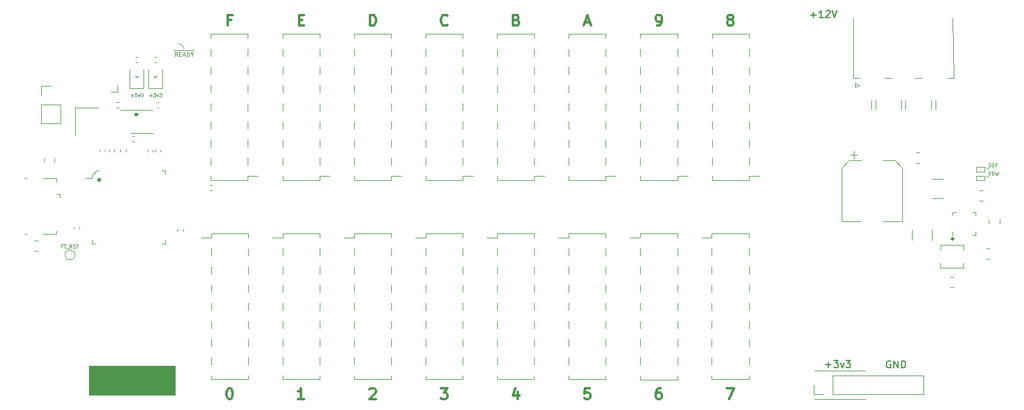
<source format=gto>
G04 #@! TF.GenerationSoftware,KiCad,Pcbnew,(5.1.9)-1*
G04 #@! TF.CreationDate,2021-06-07T22:02:01-04:00*
G04 #@! TF.ProjectId,icepool-board,69636570-6f6f-46c2-9d62-6f6172642e6b,2020-04*
G04 #@! TF.SameCoordinates,Original*
G04 #@! TF.FileFunction,Legend,Top*
G04 #@! TF.FilePolarity,Positive*
%FSLAX46Y46*%
G04 Gerber Fmt 4.6, Leading zero omitted, Abs format (unit mm)*
G04 Created by KiCad (PCBNEW (5.1.9)-1) date 2021-06-07 22:02:01*
%MOMM*%
%LPD*%
G01*
G04 APERTURE LIST*
%ADD10C,0.100000*%
%ADD11C,0.300000*%
%ADD12C,0.500000*%
%ADD13C,0.200000*%
%ADD14C,0.120000*%
G04 APERTURE END LIST*
D10*
X166100000Y-46800000D02*
G75*
G02*
X165767180Y-46978120I-332820J221880D01*
G01*
X166132820Y-45621880D02*
G75*
G02*
X165800000Y-45800000I-332820J221880D01*
G01*
X52899999Y-28200000D02*
G75*
G02*
X53600000Y-28899999I1J-700000D01*
G01*
X52214285Y-29138000D02*
X52814285Y-29138000D01*
X52700000Y-29971428D02*
X52500000Y-29685714D01*
X52357142Y-29971428D02*
X52357142Y-29371428D01*
X52585714Y-29371428D01*
X52642857Y-29400000D01*
X52671428Y-29428571D01*
X52700000Y-29485714D01*
X52700000Y-29571428D01*
X52671428Y-29628571D01*
X52642857Y-29657142D01*
X52585714Y-29685714D01*
X52357142Y-29685714D01*
X52814285Y-29138000D02*
X53357142Y-29138000D01*
X52957142Y-29657142D02*
X53157142Y-29657142D01*
X53242857Y-29971428D02*
X52957142Y-29971428D01*
X52957142Y-29371428D01*
X53242857Y-29371428D01*
X53357142Y-29138000D02*
X53871428Y-29138000D01*
X53471428Y-29800000D02*
X53757142Y-29800000D01*
X53414285Y-29971428D02*
X53614285Y-29371428D01*
X53814285Y-29971428D01*
X53871428Y-29138000D02*
X54471428Y-29138000D01*
X54014285Y-29971428D02*
X54014285Y-29371428D01*
X54157142Y-29371428D01*
X54242857Y-29400000D01*
X54300000Y-29457142D01*
X54328571Y-29514285D01*
X54357142Y-29628571D01*
X54357142Y-29714285D01*
X54328571Y-29828571D01*
X54300000Y-29885714D01*
X54242857Y-29942857D01*
X54157142Y-29971428D01*
X54014285Y-29971428D01*
X54471428Y-29138000D02*
X54985714Y-29138000D01*
X54728571Y-29685714D02*
X54728571Y-29971428D01*
X54528571Y-29371428D02*
X54728571Y-29685714D01*
X54928571Y-29371428D01*
X49600000Y-32800000D02*
X49800000Y-32800000D01*
X49400000Y-32799999D02*
X49600000Y-32800000D01*
X49600000Y-33000000D02*
X49400000Y-32799999D01*
D11*
X47091421Y-38100000D02*
G75*
G03*
X47091421Y-38100000I-141421J0D01*
G01*
D10*
X47200000Y-32800000D02*
X47000000Y-33000000D01*
D12*
X161100000Y-55500000D02*
G75*
G03*
X161100000Y-55500000I0J0D01*
G01*
D10*
G36*
X52350000Y-77350000D02*
G01*
X40350000Y-77350000D01*
X40350000Y-73350000D01*
X52350000Y-73350000D01*
X52350000Y-77350000D01*
G37*
X52350000Y-77350000D02*
X40350000Y-77350000D01*
X40350000Y-73350000D01*
X52350000Y-73350000D01*
X52350000Y-77350000D01*
X141732000Y-77978000D02*
X148844000Y-77978000D01*
X49800000Y-32800000D02*
X49600000Y-33000000D01*
D11*
X41891421Y-47250000D02*
G75*
G03*
X41891421Y-47250000I-141421J0D01*
G01*
D10*
X141732000Y-74000000D02*
X148844000Y-74000000D01*
X47000000Y-33000000D02*
X46800000Y-32800000D01*
X47000000Y-32800001D02*
X47200000Y-32800000D01*
X46800000Y-32800000D02*
X47000000Y-32800001D01*
D13*
X152400095Y-72652000D02*
X152304857Y-72604380D01*
X152162000Y-72604380D01*
X152019142Y-72652000D01*
X151923904Y-72747238D01*
X151876285Y-72842476D01*
X151828666Y-73032952D01*
X151828666Y-73175809D01*
X151876285Y-73366285D01*
X151923904Y-73461523D01*
X152019142Y-73556761D01*
X152162000Y-73604380D01*
X152257238Y-73604380D01*
X152400095Y-73556761D01*
X152447714Y-73509142D01*
X152447714Y-73175809D01*
X152257238Y-73175809D01*
X152876285Y-73604380D02*
X152876285Y-72604380D01*
X153447714Y-73604380D01*
X153447714Y-72604380D01*
X153923904Y-73604380D02*
X153923904Y-72604380D01*
X154162000Y-72604380D01*
X154304857Y-72652000D01*
X154400095Y-72747238D01*
X154447714Y-72842476D01*
X154495333Y-73032952D01*
X154495333Y-73175809D01*
X154447714Y-73366285D01*
X154400095Y-73461523D01*
X154304857Y-73556761D01*
X154162000Y-73604380D01*
X153923904Y-73604380D01*
D10*
X166128571Y-45426190D02*
X166128571Y-44926190D01*
X166247619Y-44926190D01*
X166319047Y-44950000D01*
X166366666Y-44997619D01*
X166390476Y-45045238D01*
X166414285Y-45140476D01*
X166414285Y-45211904D01*
X166390476Y-45307142D01*
X166366666Y-45354761D01*
X166319047Y-45402380D01*
X166247619Y-45426190D01*
X166128571Y-45426190D01*
X166628571Y-45164285D02*
X166795238Y-45164285D01*
X166866666Y-45426190D02*
X166628571Y-45426190D01*
X166628571Y-44926190D01*
X166866666Y-44926190D01*
X167247619Y-45164285D02*
X167080952Y-45164285D01*
X167080952Y-45426190D02*
X167080952Y-44926190D01*
X167319047Y-44926190D01*
D11*
X100107142Y-24892857D02*
X100321428Y-24964285D01*
X100392857Y-25035714D01*
X100464285Y-25178571D01*
X100464285Y-25392857D01*
X100392857Y-25535714D01*
X100321428Y-25607142D01*
X100178571Y-25678571D01*
X99607142Y-25678571D01*
X99607142Y-24178571D01*
X100107142Y-24178571D01*
X100250000Y-24250000D01*
X100321428Y-24321428D01*
X100392857Y-24464285D01*
X100392857Y-24607142D01*
X100321428Y-24750000D01*
X100250000Y-24821428D01*
X100107142Y-24892857D01*
X99607142Y-24892857D01*
X120285714Y-76478571D02*
X120000000Y-76478571D01*
X119857142Y-76550000D01*
X119785714Y-76621428D01*
X119642857Y-76835714D01*
X119571428Y-77121428D01*
X119571428Y-77692857D01*
X119642857Y-77835714D01*
X119714285Y-77907142D01*
X119857142Y-77978571D01*
X120142857Y-77978571D01*
X120285714Y-77907142D01*
X120357142Y-77835714D01*
X120428571Y-77692857D01*
X120428571Y-77335714D01*
X120357142Y-77192857D01*
X120285714Y-77121428D01*
X120142857Y-77050000D01*
X119857142Y-77050000D01*
X119714285Y-77121428D01*
X119642857Y-77192857D01*
X119571428Y-77335714D01*
X110357142Y-76478571D02*
X109642857Y-76478571D01*
X109571428Y-77192857D01*
X109642857Y-77121428D01*
X109785714Y-77050000D01*
X110142857Y-77050000D01*
X110285714Y-77121428D01*
X110357142Y-77192857D01*
X110428571Y-77335714D01*
X110428571Y-77692857D01*
X110357142Y-77835714D01*
X110285714Y-77907142D01*
X110142857Y-77978571D01*
X109785714Y-77978571D01*
X109642857Y-77907142D01*
X109571428Y-77835714D01*
D13*
X143319714Y-73171428D02*
X144081619Y-73171428D01*
X143700666Y-73552380D02*
X143700666Y-72790476D01*
X144462571Y-72552380D02*
X145081619Y-72552380D01*
X144748285Y-72933333D01*
X144891142Y-72933333D01*
X144986380Y-72980952D01*
X145034000Y-73028571D01*
X145081619Y-73123809D01*
X145081619Y-73361904D01*
X145034000Y-73457142D01*
X144986380Y-73504761D01*
X144891142Y-73552380D01*
X144605428Y-73552380D01*
X144510190Y-73504761D01*
X144462571Y-73457142D01*
X145414952Y-72885714D02*
X145653047Y-73552380D01*
X145891142Y-72885714D01*
X146176857Y-72552380D02*
X146795904Y-72552380D01*
X146462571Y-72933333D01*
X146605428Y-72933333D01*
X146700666Y-72980952D01*
X146748285Y-73028571D01*
X146795904Y-73123809D01*
X146795904Y-73361904D01*
X146748285Y-73457142D01*
X146700666Y-73504761D01*
X146605428Y-73552380D01*
X146319714Y-73552380D01*
X146224476Y-73504761D01*
X146176857Y-73457142D01*
D10*
X46142857Y-35435714D02*
X46523809Y-35435714D01*
X46333333Y-35626190D02*
X46333333Y-35245238D01*
X47000000Y-35126190D02*
X46761904Y-35126190D01*
X46738095Y-35364285D01*
X46761904Y-35340476D01*
X46809523Y-35316666D01*
X46928571Y-35316666D01*
X46976190Y-35340476D01*
X47000000Y-35364285D01*
X47023809Y-35411904D01*
X47023809Y-35530952D01*
X47000000Y-35578571D01*
X46976190Y-35602380D01*
X46928571Y-35626190D01*
X46809523Y-35626190D01*
X46761904Y-35602380D01*
X46738095Y-35578571D01*
X47190476Y-35292857D02*
X47309523Y-35626190D01*
X47428571Y-35292857D01*
X47714285Y-35126190D02*
X47761904Y-35126190D01*
X47809523Y-35150000D01*
X47833333Y-35173809D01*
X47857142Y-35221428D01*
X47880952Y-35316666D01*
X47880952Y-35435714D01*
X47857142Y-35530952D01*
X47833333Y-35578571D01*
X47809523Y-35602380D01*
X47761904Y-35626190D01*
X47714285Y-35626190D01*
X47666666Y-35602380D01*
X47642857Y-35578571D01*
X47619047Y-35530952D01*
X47595238Y-35435714D01*
X47595238Y-35316666D01*
X47619047Y-35221428D01*
X47642857Y-35173809D01*
X47666666Y-35150000D01*
X47714285Y-35126190D01*
X36611904Y-56564285D02*
X36445238Y-56564285D01*
X36445238Y-56826190D02*
X36445238Y-56326190D01*
X36683333Y-56326190D01*
X36802380Y-56326190D02*
X37088095Y-56326190D01*
X36945238Y-56826190D02*
X36945238Y-56326190D01*
X37135714Y-56873809D02*
X37516666Y-56873809D01*
X37921428Y-56826190D02*
X37754761Y-56588095D01*
X37635714Y-56826190D02*
X37635714Y-56326190D01*
X37826190Y-56326190D01*
X37873809Y-56350000D01*
X37897619Y-56373809D01*
X37921428Y-56421428D01*
X37921428Y-56492857D01*
X37897619Y-56540476D01*
X37873809Y-56564285D01*
X37826190Y-56588095D01*
X37635714Y-56588095D01*
X38111904Y-56802380D02*
X38183333Y-56826190D01*
X38302380Y-56826190D01*
X38350000Y-56802380D01*
X38373809Y-56778571D01*
X38397619Y-56730952D01*
X38397619Y-56683333D01*
X38373809Y-56635714D01*
X38350000Y-56611904D01*
X38302380Y-56588095D01*
X38207142Y-56564285D01*
X38159523Y-56540476D01*
X38135714Y-56516666D01*
X38111904Y-56469047D01*
X38111904Y-56421428D01*
X38135714Y-56373809D01*
X38159523Y-56350000D01*
X38207142Y-56326190D01*
X38326190Y-56326190D01*
X38397619Y-56350000D01*
X38540476Y-56326190D02*
X38826190Y-56326190D01*
X38683333Y-56826190D02*
X38683333Y-56326190D01*
D11*
X109642857Y-25250000D02*
X110357142Y-25250000D01*
X109500000Y-25678571D02*
X110000000Y-24178571D01*
X110500000Y-25678571D01*
D10*
X166347619Y-46364285D02*
X166180952Y-46364285D01*
X166180952Y-46626190D02*
X166180952Y-46126190D01*
X166419047Y-46126190D01*
X166585714Y-46602380D02*
X166657142Y-46626190D01*
X166776190Y-46626190D01*
X166823809Y-46602380D01*
X166847619Y-46578571D01*
X166871428Y-46530952D01*
X166871428Y-46483333D01*
X166847619Y-46435714D01*
X166823809Y-46411904D01*
X166776190Y-46388095D01*
X166680952Y-46364285D01*
X166633333Y-46340476D01*
X166609523Y-46316666D01*
X166585714Y-46269047D01*
X166585714Y-46221428D01*
X166609523Y-46173809D01*
X166633333Y-46150000D01*
X166680952Y-46126190D01*
X166800000Y-46126190D01*
X166871428Y-46150000D01*
X167038095Y-46126190D02*
X167157142Y-46626190D01*
X167252380Y-46269047D01*
X167347619Y-46626190D01*
X167466666Y-46126190D01*
D13*
X141238095Y-24171428D02*
X142000000Y-24171428D01*
X141619047Y-24552380D02*
X141619047Y-23790476D01*
X143000000Y-24552380D02*
X142428571Y-24552380D01*
X142714285Y-24552380D02*
X142714285Y-23552380D01*
X142619047Y-23695238D01*
X142523809Y-23790476D01*
X142428571Y-23838095D01*
X143380952Y-23647619D02*
X143428571Y-23600000D01*
X143523809Y-23552380D01*
X143761904Y-23552380D01*
X143857142Y-23600000D01*
X143904761Y-23647619D01*
X143952380Y-23742857D01*
X143952380Y-23838095D01*
X143904761Y-23980952D01*
X143333333Y-24552380D01*
X143952380Y-24552380D01*
X144238095Y-23552380D02*
X144571428Y-24552380D01*
X144904761Y-23552380D01*
D11*
X119714285Y-25678571D02*
X120000000Y-25678571D01*
X120142857Y-25607142D01*
X120214285Y-25535714D01*
X120357142Y-25321428D01*
X120428571Y-25035714D01*
X120428571Y-24464285D01*
X120357142Y-24321428D01*
X120285714Y-24250000D01*
X120142857Y-24178571D01*
X119857142Y-24178571D01*
X119714285Y-24250000D01*
X119642857Y-24321428D01*
X119571428Y-24464285D01*
X119571428Y-24821428D01*
X119642857Y-24964285D01*
X119714285Y-25035714D01*
X119857142Y-25107142D01*
X120142857Y-25107142D01*
X120285714Y-25035714D01*
X120357142Y-24964285D01*
X120428571Y-24821428D01*
X69678571Y-24892857D02*
X70178571Y-24892857D01*
X70392857Y-25678571D02*
X69678571Y-25678571D01*
X69678571Y-24178571D01*
X70392857Y-24178571D01*
X129857142Y-24821428D02*
X129714285Y-24750000D01*
X129642857Y-24678571D01*
X129571428Y-24535714D01*
X129571428Y-24464285D01*
X129642857Y-24321428D01*
X129714285Y-24250000D01*
X129857142Y-24178571D01*
X130142857Y-24178571D01*
X130285714Y-24250000D01*
X130357142Y-24321428D01*
X130428571Y-24464285D01*
X130428571Y-24535714D01*
X130357142Y-24678571D01*
X130285714Y-24750000D01*
X130142857Y-24821428D01*
X129857142Y-24821428D01*
X129714285Y-24892857D01*
X129642857Y-24964285D01*
X129571428Y-25107142D01*
X129571428Y-25392857D01*
X129642857Y-25535714D01*
X129714285Y-25607142D01*
X129857142Y-25678571D01*
X130142857Y-25678571D01*
X130285714Y-25607142D01*
X130357142Y-25535714D01*
X130428571Y-25392857D01*
X130428571Y-25107142D01*
X130357142Y-24964285D01*
X130285714Y-24892857D01*
X130142857Y-24821428D01*
X129500000Y-76478571D02*
X130500000Y-76478571D01*
X129857142Y-77978571D01*
X100285714Y-76978571D02*
X100285714Y-77978571D01*
X99928571Y-76407142D02*
X99571428Y-77478571D01*
X100500000Y-77478571D01*
X89500000Y-76478571D02*
X90428571Y-76478571D01*
X89928571Y-77050000D01*
X90142857Y-77050000D01*
X90285714Y-77121428D01*
X90357142Y-77192857D01*
X90428571Y-77335714D01*
X90428571Y-77692857D01*
X90357142Y-77835714D01*
X90285714Y-77907142D01*
X90142857Y-77978571D01*
X89714285Y-77978571D01*
X89571428Y-77907142D01*
X89500000Y-77835714D01*
X60214285Y-24892857D02*
X59714285Y-24892857D01*
X59714285Y-25678571D02*
X59714285Y-24178571D01*
X60428571Y-24178571D01*
X79607142Y-25678571D02*
X79607142Y-24178571D01*
X79964285Y-24178571D01*
X80178571Y-24250000D01*
X80321428Y-24392857D01*
X80392857Y-24535714D01*
X80464285Y-24821428D01*
X80464285Y-25035714D01*
X80392857Y-25321428D01*
X80321428Y-25464285D01*
X80178571Y-25607142D01*
X79964285Y-25678571D01*
X79607142Y-25678571D01*
D10*
X48742857Y-35435714D02*
X49123809Y-35435714D01*
X48933333Y-35626190D02*
X48933333Y-35245238D01*
X49314285Y-35126190D02*
X49623809Y-35126190D01*
X49457142Y-35316666D01*
X49528571Y-35316666D01*
X49576190Y-35340476D01*
X49600000Y-35364285D01*
X49623809Y-35411904D01*
X49623809Y-35530952D01*
X49600000Y-35578571D01*
X49576190Y-35602380D01*
X49528571Y-35626190D01*
X49385714Y-35626190D01*
X49338095Y-35602380D01*
X49314285Y-35578571D01*
X49790476Y-35292857D02*
X49909523Y-35626190D01*
X50028571Y-35292857D01*
X50171428Y-35126190D02*
X50480952Y-35126190D01*
X50314285Y-35316666D01*
X50385714Y-35316666D01*
X50433333Y-35340476D01*
X50457142Y-35364285D01*
X50480952Y-35411904D01*
X50480952Y-35530952D01*
X50457142Y-35578571D01*
X50433333Y-35602380D01*
X50385714Y-35626190D01*
X50242857Y-35626190D01*
X50195238Y-35602380D01*
X50171428Y-35578571D01*
D11*
X90464285Y-25535714D02*
X90392857Y-25607142D01*
X90178571Y-25678571D01*
X90035714Y-25678571D01*
X89821428Y-25607142D01*
X89678571Y-25464285D01*
X89607142Y-25321428D01*
X89535714Y-25035714D01*
X89535714Y-24821428D01*
X89607142Y-24535714D01*
X89678571Y-24392857D01*
X89821428Y-24250000D01*
X90035714Y-24178571D01*
X90178571Y-24178571D01*
X90392857Y-24250000D01*
X90464285Y-24321428D01*
X79571428Y-76621428D02*
X79642857Y-76550000D01*
X79785714Y-76478571D01*
X80142857Y-76478571D01*
X80285714Y-76550000D01*
X80357142Y-76621428D01*
X80428571Y-76764285D01*
X80428571Y-76907142D01*
X80357142Y-77121428D01*
X79500000Y-77978571D01*
X80428571Y-77978571D01*
X70428571Y-77978571D02*
X69571428Y-77978571D01*
X70000000Y-77978571D02*
X70000000Y-76478571D01*
X69857142Y-76692857D01*
X69714285Y-76835714D01*
X69571428Y-76907142D01*
X59928571Y-76478571D02*
X60071428Y-76478571D01*
X60214285Y-76550000D01*
X60285714Y-76621428D01*
X60357142Y-76764285D01*
X60428571Y-77050000D01*
X60428571Y-77407142D01*
X60357142Y-77692857D01*
X60285714Y-77835714D01*
X60214285Y-77907142D01*
X60071428Y-77978571D01*
X59928571Y-77978571D01*
X59785714Y-77907142D01*
X59714285Y-77835714D01*
X59642857Y-77692857D01*
X59571428Y-77407142D01*
X59571428Y-77050000D01*
X59642857Y-76764285D01*
X59714285Y-76621428D01*
X59785714Y-76550000D01*
X59928571Y-76478571D01*
D14*
X57553641Y-48020000D02*
X57246359Y-48020000D01*
X57553641Y-48780000D02*
X57246359Y-48780000D01*
X77400000Y-54780000D02*
X82600000Y-54780000D01*
X77400000Y-75220000D02*
X82600000Y-75220000D01*
X75960000Y-55350000D02*
X77400000Y-55350000D01*
X77400000Y-54780000D02*
X77400000Y-55350000D01*
X82600000Y-54780000D02*
X82600000Y-55350000D01*
X77400000Y-74650000D02*
X77400000Y-75220000D01*
X82600000Y-74650000D02*
X82600000Y-75220000D01*
X77400000Y-56870000D02*
X77400000Y-57890000D01*
X82600000Y-56870000D02*
X82600000Y-57890000D01*
X77400000Y-59410000D02*
X77400000Y-60430000D01*
X82600000Y-59410000D02*
X82600000Y-60430000D01*
X77400000Y-61950000D02*
X77400000Y-62970000D01*
X82600000Y-61950000D02*
X82600000Y-62970000D01*
X77400000Y-64490000D02*
X77400000Y-65510000D01*
X82600000Y-64490000D02*
X82600000Y-65510000D01*
X77400000Y-67030000D02*
X77400000Y-68050000D01*
X82600000Y-67030000D02*
X82600000Y-68050000D01*
X77400000Y-69570000D02*
X77400000Y-70590000D01*
X82600000Y-69570000D02*
X82600000Y-70590000D01*
X77400000Y-72110000D02*
X77400000Y-73130000D01*
X82600000Y-72110000D02*
X82600000Y-73130000D01*
X43120000Y-43026359D02*
X43120000Y-43333641D01*
X43880000Y-43026359D02*
X43880000Y-43333641D01*
X132648000Y-47304000D02*
X127448000Y-47304000D01*
X132648000Y-26864000D02*
X127448000Y-26864000D01*
X134088000Y-46734000D02*
X132648000Y-46734000D01*
X132648000Y-47304000D02*
X132648000Y-46734000D01*
X127448000Y-47304000D02*
X127448000Y-46734000D01*
X132648000Y-27434000D02*
X132648000Y-26864000D01*
X127448000Y-27434000D02*
X127448000Y-26864000D01*
X132648000Y-45214000D02*
X132648000Y-44194000D01*
X127448000Y-45214000D02*
X127448000Y-44194000D01*
X132648000Y-42674000D02*
X132648000Y-41654000D01*
X127448000Y-42674000D02*
X127448000Y-41654000D01*
X132648000Y-40134000D02*
X132648000Y-39114000D01*
X127448000Y-40134000D02*
X127448000Y-39114000D01*
X132648000Y-37594000D02*
X132648000Y-36574000D01*
X127448000Y-37594000D02*
X127448000Y-36574000D01*
X132648000Y-35054000D02*
X132648000Y-34034000D01*
X127448000Y-35054000D02*
X127448000Y-34034000D01*
X132648000Y-32514000D02*
X132648000Y-31494000D01*
X127448000Y-32514000D02*
X127448000Y-31494000D01*
X132648000Y-29974000D02*
X132648000Y-28954000D01*
X127448000Y-29974000D02*
X127448000Y-28954000D01*
X97400000Y-54780000D02*
X102600000Y-54780000D01*
X97400000Y-75220000D02*
X102600000Y-75220000D01*
X95960000Y-55350000D02*
X97400000Y-55350000D01*
X97400000Y-54780000D02*
X97400000Y-55350000D01*
X102600000Y-54780000D02*
X102600000Y-55350000D01*
X97400000Y-74650000D02*
X97400000Y-75220000D01*
X102600000Y-74650000D02*
X102600000Y-75220000D01*
X97400000Y-56870000D02*
X97400000Y-57890000D01*
X102600000Y-56870000D02*
X102600000Y-57890000D01*
X97400000Y-59410000D02*
X97400000Y-60430000D01*
X102600000Y-59410000D02*
X102600000Y-60430000D01*
X97400000Y-61950000D02*
X97400000Y-62970000D01*
X102600000Y-61950000D02*
X102600000Y-62970000D01*
X97400000Y-64490000D02*
X97400000Y-65510000D01*
X102600000Y-64490000D02*
X102600000Y-65510000D01*
X97400000Y-67030000D02*
X97400000Y-68050000D01*
X102600000Y-67030000D02*
X102600000Y-68050000D01*
X97400000Y-69570000D02*
X97400000Y-70590000D01*
X102600000Y-69570000D02*
X102600000Y-70590000D01*
X97400000Y-72110000D02*
X97400000Y-73130000D01*
X102600000Y-72110000D02*
X102600000Y-73130000D01*
X38400000Y-57800000D02*
G75*
G03*
X38400000Y-57800000I-700000J0D01*
G01*
X49640000Y-43327836D02*
X49640000Y-43112164D01*
X50360000Y-43327836D02*
X50360000Y-43112164D01*
X53460000Y-54192164D02*
X53460000Y-54407836D01*
X52740000Y-54192164D02*
X52740000Y-54407836D01*
X62544000Y-47304000D02*
X57344000Y-47304000D01*
X62544000Y-26864000D02*
X57344000Y-26864000D01*
X63984000Y-46734000D02*
X62544000Y-46734000D01*
X62544000Y-47304000D02*
X62544000Y-46734000D01*
X57344000Y-47304000D02*
X57344000Y-46734000D01*
X62544000Y-27434000D02*
X62544000Y-26864000D01*
X57344000Y-27434000D02*
X57344000Y-26864000D01*
X62544000Y-45214000D02*
X62544000Y-44194000D01*
X57344000Y-45214000D02*
X57344000Y-44194000D01*
X62544000Y-42674000D02*
X62544000Y-41654000D01*
X57344000Y-42674000D02*
X57344000Y-41654000D01*
X62544000Y-40134000D02*
X62544000Y-39114000D01*
X57344000Y-40134000D02*
X57344000Y-39114000D01*
X62544000Y-37594000D02*
X62544000Y-36574000D01*
X57344000Y-37594000D02*
X57344000Y-36574000D01*
X62544000Y-35054000D02*
X62544000Y-34034000D01*
X57344000Y-35054000D02*
X57344000Y-34034000D01*
X62544000Y-32514000D02*
X62544000Y-31494000D01*
X57344000Y-32514000D02*
X57344000Y-31494000D01*
X62544000Y-29974000D02*
X62544000Y-28954000D01*
X57344000Y-29974000D02*
X57344000Y-28954000D01*
X46846359Y-30020000D02*
X47153641Y-30020000D01*
X46846359Y-30780000D02*
X47153641Y-30780000D01*
X117425000Y-54800000D02*
X122625000Y-54800000D01*
X117425000Y-75240000D02*
X122625000Y-75240000D01*
X115985000Y-55370000D02*
X117425000Y-55370000D01*
X117425000Y-54800000D02*
X117425000Y-55370000D01*
X122625000Y-54800000D02*
X122625000Y-55370000D01*
X117425000Y-74670000D02*
X117425000Y-75240000D01*
X122625000Y-74670000D02*
X122625000Y-75240000D01*
X117425000Y-56890000D02*
X117425000Y-57910000D01*
X122625000Y-56890000D02*
X122625000Y-57910000D01*
X117425000Y-59430000D02*
X117425000Y-60450000D01*
X122625000Y-59430000D02*
X122625000Y-60450000D01*
X117425000Y-61970000D02*
X117425000Y-62990000D01*
X122625000Y-61970000D02*
X122625000Y-62990000D01*
X117425000Y-64510000D02*
X117425000Y-65530000D01*
X122625000Y-64510000D02*
X122625000Y-65530000D01*
X117425000Y-67050000D02*
X117425000Y-68070000D01*
X122625000Y-67050000D02*
X122625000Y-68070000D01*
X117425000Y-69590000D02*
X117425000Y-70610000D01*
X122625000Y-69590000D02*
X122625000Y-70610000D01*
X117425000Y-72130000D02*
X117425000Y-73150000D01*
X122625000Y-72130000D02*
X122625000Y-73150000D01*
X92600000Y-47304000D02*
X87400000Y-47304000D01*
X92600000Y-26864000D02*
X87400000Y-26864000D01*
X94040000Y-46734000D02*
X92600000Y-46734000D01*
X92600000Y-47304000D02*
X92600000Y-46734000D01*
X87400000Y-47304000D02*
X87400000Y-46734000D01*
X92600000Y-27434000D02*
X92600000Y-26864000D01*
X87400000Y-27434000D02*
X87400000Y-26864000D01*
X92600000Y-45214000D02*
X92600000Y-44194000D01*
X87400000Y-45214000D02*
X87400000Y-44194000D01*
X92600000Y-42674000D02*
X92600000Y-41654000D01*
X87400000Y-42674000D02*
X87400000Y-41654000D01*
X92600000Y-40134000D02*
X92600000Y-39114000D01*
X87400000Y-40134000D02*
X87400000Y-39114000D01*
X92600000Y-37594000D02*
X92600000Y-36574000D01*
X87400000Y-37594000D02*
X87400000Y-36574000D01*
X92600000Y-35054000D02*
X92600000Y-34034000D01*
X87400000Y-35054000D02*
X87400000Y-34034000D01*
X92600000Y-32514000D02*
X92600000Y-31494000D01*
X87400000Y-32514000D02*
X87400000Y-31494000D01*
X92600000Y-29974000D02*
X92600000Y-28954000D01*
X87400000Y-29974000D02*
X87400000Y-28954000D01*
X47700000Y-37490000D02*
X44775000Y-37490000D01*
X47700000Y-37490000D02*
X49200000Y-37490000D01*
X47700000Y-40710000D02*
X46200000Y-40710000D01*
X47700000Y-40710000D02*
X49200000Y-40710000D01*
X49753641Y-30780000D02*
X49446359Y-30780000D01*
X49753641Y-30020000D02*
X49446359Y-30020000D01*
X87400000Y-54780000D02*
X92600000Y-54780000D01*
X87400000Y-75220000D02*
X92600000Y-75220000D01*
X85960000Y-55350000D02*
X87400000Y-55350000D01*
X87400000Y-54780000D02*
X87400000Y-55350000D01*
X92600000Y-54780000D02*
X92600000Y-55350000D01*
X87400000Y-74650000D02*
X87400000Y-75220000D01*
X92600000Y-74650000D02*
X92600000Y-75220000D01*
X87400000Y-56870000D02*
X87400000Y-57890000D01*
X92600000Y-56870000D02*
X92600000Y-57890000D01*
X87400000Y-59410000D02*
X87400000Y-60430000D01*
X92600000Y-59410000D02*
X92600000Y-60430000D01*
X87400000Y-61950000D02*
X87400000Y-62970000D01*
X92600000Y-61950000D02*
X92600000Y-62970000D01*
X87400000Y-64490000D02*
X87400000Y-65510000D01*
X92600000Y-64490000D02*
X92600000Y-65510000D01*
X87400000Y-67030000D02*
X87400000Y-68050000D01*
X92600000Y-67030000D02*
X92600000Y-68050000D01*
X87400000Y-69570000D02*
X87400000Y-70590000D01*
X92600000Y-69570000D02*
X92600000Y-70590000D01*
X87400000Y-72110000D02*
X87400000Y-73130000D01*
X92600000Y-72110000D02*
X92600000Y-73130000D01*
X57400000Y-54780000D02*
X62600000Y-54780000D01*
X57400000Y-75220000D02*
X62600000Y-75220000D01*
X55960000Y-55350000D02*
X57400000Y-55350000D01*
X57400000Y-54780000D02*
X57400000Y-55350000D01*
X62600000Y-54780000D02*
X62600000Y-55350000D01*
X57400000Y-74650000D02*
X57400000Y-75220000D01*
X62600000Y-74650000D02*
X62600000Y-75220000D01*
X57400000Y-56870000D02*
X57400000Y-57890000D01*
X62600000Y-56870000D02*
X62600000Y-57890000D01*
X57400000Y-59410000D02*
X57400000Y-60430000D01*
X62600000Y-59410000D02*
X62600000Y-60430000D01*
X57400000Y-61950000D02*
X57400000Y-62970000D01*
X62600000Y-61950000D02*
X62600000Y-62970000D01*
X57400000Y-64490000D02*
X57400000Y-65510000D01*
X62600000Y-64490000D02*
X62600000Y-65510000D01*
X57400000Y-67030000D02*
X57400000Y-68050000D01*
X62600000Y-67030000D02*
X62600000Y-68050000D01*
X57400000Y-69570000D02*
X57400000Y-70590000D01*
X62600000Y-69570000D02*
X62600000Y-70590000D01*
X57400000Y-72110000D02*
X57400000Y-73130000D01*
X62600000Y-72110000D02*
X62600000Y-73130000D01*
X48640000Y-31800000D02*
X48640000Y-34485000D01*
X48640000Y-34485000D02*
X50560000Y-34485000D01*
X50560000Y-34485000D02*
X50560000Y-31800000D01*
X102600000Y-47304000D02*
X97400000Y-47304000D01*
X102600000Y-26864000D02*
X97400000Y-26864000D01*
X104040000Y-46734000D02*
X102600000Y-46734000D01*
X102600000Y-47304000D02*
X102600000Y-46734000D01*
X97400000Y-47304000D02*
X97400000Y-46734000D01*
X102600000Y-27434000D02*
X102600000Y-26864000D01*
X97400000Y-27434000D02*
X97400000Y-26864000D01*
X102600000Y-45214000D02*
X102600000Y-44194000D01*
X97400000Y-45214000D02*
X97400000Y-44194000D01*
X102600000Y-42674000D02*
X102600000Y-41654000D01*
X97400000Y-42674000D02*
X97400000Y-41654000D01*
X102600000Y-40134000D02*
X102600000Y-39114000D01*
X97400000Y-40134000D02*
X97400000Y-39114000D01*
X102600000Y-37594000D02*
X102600000Y-36574000D01*
X97400000Y-37594000D02*
X97400000Y-36574000D01*
X102600000Y-35054000D02*
X102600000Y-34034000D01*
X97400000Y-35054000D02*
X97400000Y-34034000D01*
X102600000Y-32514000D02*
X102600000Y-31494000D01*
X97400000Y-32514000D02*
X97400000Y-31494000D01*
X102600000Y-29974000D02*
X102600000Y-28954000D01*
X97400000Y-29974000D02*
X97400000Y-28954000D01*
X127400000Y-54780000D02*
X132600000Y-54780000D01*
X127400000Y-75220000D02*
X132600000Y-75220000D01*
X125960000Y-55350000D02*
X127400000Y-55350000D01*
X127400000Y-54780000D02*
X127400000Y-55350000D01*
X132600000Y-54780000D02*
X132600000Y-55350000D01*
X127400000Y-74650000D02*
X127400000Y-75220000D01*
X132600000Y-74650000D02*
X132600000Y-75220000D01*
X127400000Y-56870000D02*
X127400000Y-57890000D01*
X132600000Y-56870000D02*
X132600000Y-57890000D01*
X127400000Y-59410000D02*
X127400000Y-60430000D01*
X132600000Y-59410000D02*
X132600000Y-60430000D01*
X127400000Y-61950000D02*
X127400000Y-62970000D01*
X132600000Y-61950000D02*
X132600000Y-62970000D01*
X127400000Y-64490000D02*
X127400000Y-65510000D01*
X132600000Y-64490000D02*
X132600000Y-65510000D01*
X127400000Y-67030000D02*
X127400000Y-68050000D01*
X132600000Y-67030000D02*
X132600000Y-68050000D01*
X127400000Y-69570000D02*
X127400000Y-70590000D01*
X132600000Y-69570000D02*
X132600000Y-70590000D01*
X127400000Y-72110000D02*
X127400000Y-73130000D01*
X132600000Y-72110000D02*
X132600000Y-73130000D01*
X157030000Y-77330000D02*
X157030000Y-74670000D01*
X144270000Y-77330000D02*
X157030000Y-77330000D01*
X144270000Y-74670000D02*
X157030000Y-74670000D01*
X144270000Y-77330000D02*
X144270000Y-74670000D01*
X143000000Y-77330000D02*
X141670000Y-77330000D01*
X141670000Y-77330000D02*
X141670000Y-76000000D01*
X122600000Y-47304000D02*
X117400000Y-47304000D01*
X122600000Y-26864000D02*
X117400000Y-26864000D01*
X124040000Y-46734000D02*
X122600000Y-46734000D01*
X122600000Y-47304000D02*
X122600000Y-46734000D01*
X117400000Y-47304000D02*
X117400000Y-46734000D01*
X122600000Y-27434000D02*
X122600000Y-26864000D01*
X117400000Y-27434000D02*
X117400000Y-26864000D01*
X122600000Y-45214000D02*
X122600000Y-44194000D01*
X117400000Y-45214000D02*
X117400000Y-44194000D01*
X122600000Y-42674000D02*
X122600000Y-41654000D01*
X117400000Y-42674000D02*
X117400000Y-41654000D01*
X122600000Y-40134000D02*
X122600000Y-39114000D01*
X117400000Y-40134000D02*
X117400000Y-39114000D01*
X122600000Y-37594000D02*
X122600000Y-36574000D01*
X117400000Y-37594000D02*
X117400000Y-36574000D01*
X122600000Y-35054000D02*
X122600000Y-34034000D01*
X117400000Y-35054000D02*
X117400000Y-34034000D01*
X122600000Y-32514000D02*
X122600000Y-31494000D01*
X117400000Y-32514000D02*
X117400000Y-31494000D01*
X122600000Y-29974000D02*
X122600000Y-28954000D01*
X117400000Y-29974000D02*
X117400000Y-28954000D01*
X82600000Y-47304000D02*
X77400000Y-47304000D01*
X82600000Y-26864000D02*
X77400000Y-26864000D01*
X84040000Y-46734000D02*
X82600000Y-46734000D01*
X82600000Y-47304000D02*
X82600000Y-46734000D01*
X77400000Y-47304000D02*
X77400000Y-46734000D01*
X82600000Y-27434000D02*
X82600000Y-26864000D01*
X77400000Y-27434000D02*
X77400000Y-26864000D01*
X82600000Y-45214000D02*
X82600000Y-44194000D01*
X77400000Y-45214000D02*
X77400000Y-44194000D01*
X82600000Y-42674000D02*
X82600000Y-41654000D01*
X77400000Y-42674000D02*
X77400000Y-41654000D01*
X82600000Y-40134000D02*
X82600000Y-39114000D01*
X77400000Y-40134000D02*
X77400000Y-39114000D01*
X82600000Y-37594000D02*
X82600000Y-36574000D01*
X77400000Y-37594000D02*
X77400000Y-36574000D01*
X82600000Y-35054000D02*
X82600000Y-34034000D01*
X77400000Y-35054000D02*
X77400000Y-34034000D01*
X82600000Y-32514000D02*
X82600000Y-31494000D01*
X77400000Y-32514000D02*
X77400000Y-31494000D01*
X82600000Y-29974000D02*
X82600000Y-28954000D01*
X77400000Y-29974000D02*
X77400000Y-28954000D01*
X72600000Y-47304000D02*
X67400000Y-47304000D01*
X72600000Y-26864000D02*
X67400000Y-26864000D01*
X74040000Y-46734000D02*
X72600000Y-46734000D01*
X72600000Y-47304000D02*
X72600000Y-46734000D01*
X67400000Y-47304000D02*
X67400000Y-46734000D01*
X72600000Y-27434000D02*
X72600000Y-26864000D01*
X67400000Y-27434000D02*
X67400000Y-26864000D01*
X72600000Y-45214000D02*
X72600000Y-44194000D01*
X67400000Y-45214000D02*
X67400000Y-44194000D01*
X72600000Y-42674000D02*
X72600000Y-41654000D01*
X67400000Y-42674000D02*
X67400000Y-41654000D01*
X72600000Y-40134000D02*
X72600000Y-39114000D01*
X67400000Y-40134000D02*
X67400000Y-39114000D01*
X72600000Y-37594000D02*
X72600000Y-36574000D01*
X67400000Y-37594000D02*
X67400000Y-36574000D01*
X72600000Y-35054000D02*
X72600000Y-34034000D01*
X67400000Y-35054000D02*
X67400000Y-34034000D01*
X72600000Y-32514000D02*
X72600000Y-31494000D01*
X67400000Y-32514000D02*
X67400000Y-31494000D01*
X72600000Y-29974000D02*
X72600000Y-28954000D01*
X67400000Y-29974000D02*
X67400000Y-28954000D01*
X112600000Y-47304000D02*
X107400000Y-47304000D01*
X112600000Y-26864000D02*
X107400000Y-26864000D01*
X114040000Y-46734000D02*
X112600000Y-46734000D01*
X112600000Y-47304000D02*
X112600000Y-46734000D01*
X107400000Y-47304000D02*
X107400000Y-46734000D01*
X112600000Y-27434000D02*
X112600000Y-26864000D01*
X107400000Y-27434000D02*
X107400000Y-26864000D01*
X112600000Y-45214000D02*
X112600000Y-44194000D01*
X107400000Y-45214000D02*
X107400000Y-44194000D01*
X112600000Y-42674000D02*
X112600000Y-41654000D01*
X107400000Y-42674000D02*
X107400000Y-41654000D01*
X112600000Y-40134000D02*
X112600000Y-39114000D01*
X107400000Y-40134000D02*
X107400000Y-39114000D01*
X112600000Y-37594000D02*
X112600000Y-36574000D01*
X107400000Y-37594000D02*
X107400000Y-36574000D01*
X112600000Y-35054000D02*
X112600000Y-34034000D01*
X107400000Y-35054000D02*
X107400000Y-34034000D01*
X112600000Y-32514000D02*
X112600000Y-31494000D01*
X107400000Y-32514000D02*
X107400000Y-31494000D01*
X112600000Y-29974000D02*
X112600000Y-28954000D01*
X107400000Y-29974000D02*
X107400000Y-28954000D01*
X45480000Y-43333641D02*
X45480000Y-43026359D01*
X44720000Y-43333641D02*
X44720000Y-43026359D01*
X46040000Y-31800000D02*
X46040000Y-34485000D01*
X46040000Y-34485000D02*
X47960000Y-34485000D01*
X47960000Y-34485000D02*
X47960000Y-31800000D01*
X67400000Y-54780000D02*
X72600000Y-54780000D01*
X67400000Y-75220000D02*
X72600000Y-75220000D01*
X65960000Y-55350000D02*
X67400000Y-55350000D01*
X67400000Y-54780000D02*
X67400000Y-55350000D01*
X72600000Y-54780000D02*
X72600000Y-55350000D01*
X67400000Y-74650000D02*
X67400000Y-75220000D01*
X72600000Y-74650000D02*
X72600000Y-75220000D01*
X67400000Y-56870000D02*
X67400000Y-57890000D01*
X72600000Y-56870000D02*
X72600000Y-57890000D01*
X67400000Y-59410000D02*
X67400000Y-60430000D01*
X72600000Y-59410000D02*
X72600000Y-60430000D01*
X67400000Y-61950000D02*
X67400000Y-62970000D01*
X72600000Y-61950000D02*
X72600000Y-62970000D01*
X67400000Y-64490000D02*
X67400000Y-65510000D01*
X72600000Y-64490000D02*
X72600000Y-65510000D01*
X67400000Y-67030000D02*
X67400000Y-68050000D01*
X72600000Y-67030000D02*
X72600000Y-68050000D01*
X67400000Y-69570000D02*
X67400000Y-70590000D01*
X72600000Y-69570000D02*
X72600000Y-70590000D01*
X67400000Y-72110000D02*
X67400000Y-73130000D01*
X72600000Y-72110000D02*
X72600000Y-73130000D01*
X107400000Y-54780000D02*
X112600000Y-54780000D01*
X107400000Y-75220000D02*
X112600000Y-75220000D01*
X105960000Y-55350000D02*
X107400000Y-55350000D01*
X107400000Y-54780000D02*
X107400000Y-55350000D01*
X112600000Y-54780000D02*
X112600000Y-55350000D01*
X107400000Y-74650000D02*
X107400000Y-75220000D01*
X112600000Y-74650000D02*
X112600000Y-75220000D01*
X107400000Y-56870000D02*
X107400000Y-57890000D01*
X112600000Y-56870000D02*
X112600000Y-57890000D01*
X107400000Y-59410000D02*
X107400000Y-60430000D01*
X112600000Y-59410000D02*
X112600000Y-60430000D01*
X107400000Y-61950000D02*
X107400000Y-62970000D01*
X112600000Y-61950000D02*
X112600000Y-62970000D01*
X107400000Y-64490000D02*
X107400000Y-65510000D01*
X112600000Y-64490000D02*
X112600000Y-65510000D01*
X107400000Y-67030000D02*
X107400000Y-68050000D01*
X112600000Y-67030000D02*
X112600000Y-68050000D01*
X107400000Y-69570000D02*
X107400000Y-70590000D01*
X112600000Y-69570000D02*
X112600000Y-70590000D01*
X107400000Y-72110000D02*
X107400000Y-73130000D01*
X112600000Y-72110000D02*
X112600000Y-73130000D01*
X46653641Y-41120000D02*
X46346359Y-41120000D01*
X46653641Y-41880000D02*
X46346359Y-41880000D01*
X44453641Y-36420000D02*
X44146359Y-36420000D01*
X44453641Y-37180000D02*
X44146359Y-37180000D01*
X49892164Y-37160000D02*
X50107836Y-37160000D01*
X49892164Y-36440000D02*
X50107836Y-36440000D01*
X48540000Y-43307836D02*
X48540000Y-43092164D01*
X49260000Y-43307836D02*
X49260000Y-43092164D01*
D10*
X51000000Y-56200000D02*
X51000000Y-55700000D01*
X51000000Y-56200000D02*
X50500000Y-56200000D01*
X51000000Y-46000000D02*
X51000000Y-46500000D01*
X51000000Y-46000000D02*
X50500000Y-46000000D01*
X40800000Y-56200000D02*
X41300000Y-56200000D01*
X40800000Y-56200000D02*
X40800000Y-55700000D01*
X40800000Y-47100000D02*
X39800000Y-47100000D01*
X40800000Y-46600000D02*
X40800000Y-47100000D01*
X41400000Y-46000000D02*
X40800000Y-46600000D01*
X41700000Y-46000000D02*
X41400000Y-46000000D01*
D14*
X41840000Y-43287836D02*
X41840000Y-43072164D01*
X42560000Y-43287836D02*
X42560000Y-43072164D01*
X38960000Y-53892164D02*
X38960000Y-54107836D01*
X38240000Y-53892164D02*
X38240000Y-54107836D01*
X166227064Y-56865000D02*
X165772936Y-56865000D01*
X166227064Y-58335000D02*
X165772936Y-58335000D01*
X165600000Y-46700000D02*
X165600000Y-47300000D01*
X164400000Y-46700000D02*
X165600000Y-46700000D01*
X164400000Y-47300000D02*
X164400000Y-46700000D01*
X165600000Y-47300000D02*
X164400000Y-47300000D01*
X161090000Y-52265000D02*
X161090000Y-51790000D01*
X161090000Y-51790000D02*
X161565000Y-51790000D01*
X164310000Y-54535000D02*
X164310000Y-55010000D01*
X164310000Y-55010000D02*
X163835000Y-55010000D01*
X164310000Y-52265000D02*
X164310000Y-51790000D01*
X164310000Y-51790000D02*
X163835000Y-51790000D01*
X161090000Y-54535000D02*
X161090000Y-55010000D01*
X160772936Y-62335000D02*
X161227064Y-62335000D01*
X160772936Y-60865000D02*
X161227064Y-60865000D01*
X159376000Y-56376000D02*
X159376000Y-57100000D01*
X162624000Y-56376000D02*
X159376000Y-56376000D01*
X162624000Y-57100000D02*
X162624000Y-56376000D01*
X159376000Y-59624000D02*
X159376000Y-58900000D01*
X162624000Y-59624000D02*
X159376000Y-59624000D01*
X162624000Y-58900000D02*
X162624000Y-59624000D01*
X165600000Y-45500000D02*
X165600000Y-46100000D01*
X164400000Y-45500000D02*
X165600000Y-45500000D01*
X164400000Y-46100000D02*
X164400000Y-45500000D01*
X165600000Y-46100000D02*
X164400000Y-46100000D01*
X158160000Y-55711252D02*
X158160000Y-54288748D01*
X155440000Y-55711252D02*
X155440000Y-54288748D01*
X159711252Y-47140000D02*
X158288748Y-47140000D01*
X159711252Y-49860000D02*
X158288748Y-49860000D01*
X155972936Y-44935000D02*
X156427064Y-44935000D01*
X155972936Y-43465000D02*
X156427064Y-43465000D01*
X147810000Y-43800000D02*
X146810000Y-43800000D01*
X147310000Y-43300000D02*
X147310000Y-44300000D01*
X146604437Y-44540000D02*
X145540000Y-45604437D01*
X152995563Y-44540000D02*
X154060000Y-45604437D01*
X152995563Y-44540000D02*
X151310000Y-44540000D01*
X146604437Y-44540000D02*
X148290000Y-44540000D01*
X145540000Y-45604437D02*
X145540000Y-53060000D01*
X154060000Y-45604437D02*
X154060000Y-53060000D01*
X154060000Y-53060000D02*
X151310000Y-53060000D01*
X145540000Y-53060000D02*
X148290000Y-53060000D01*
X164788748Y-50235000D02*
X165311252Y-50235000D01*
X164788748Y-48765000D02*
X165311252Y-48765000D01*
X166165000Y-52788748D02*
X166165000Y-53311252D01*
X167635000Y-52788748D02*
X167635000Y-53311252D01*
X35762500Y-47100000D02*
X35762500Y-47550000D01*
X33912500Y-47100000D02*
X35762500Y-47100000D01*
X31362500Y-54900000D02*
X31612500Y-54900000D01*
X31362500Y-47100000D02*
X31612500Y-47100000D01*
X33912500Y-54900000D02*
X35762500Y-54900000D01*
X35762500Y-54900000D02*
X35762500Y-54450000D01*
X36312500Y-49300000D02*
X36312500Y-49750000D01*
X36312500Y-49300000D02*
X35862500Y-49300000D01*
X148000000Y-33010000D02*
X147190000Y-33010000D01*
X147190000Y-33010000D02*
X147190000Y-24600000D01*
X160400000Y-33010000D02*
X161210000Y-33010000D01*
X161210000Y-33010000D02*
X161100000Y-24600000D01*
X149700000Y-36110000D02*
X149700000Y-37390000D01*
X150300000Y-36110000D02*
X150300000Y-37390000D01*
X153900000Y-36110000D02*
X153900000Y-37390000D01*
X154500000Y-36110000D02*
X154500000Y-37390000D01*
X158100000Y-36110000D02*
X158100000Y-37390000D01*
X158700000Y-36110000D02*
X158700000Y-37390000D01*
X151610000Y-33000000D02*
X152590000Y-33000000D01*
X155810000Y-33000000D02*
X156790000Y-33000000D01*
X148000000Y-34000000D02*
X147400000Y-34300000D01*
X147400000Y-34300000D02*
X147400000Y-33700000D01*
X147400000Y-33700000D02*
X148000000Y-34000000D01*
X33670000Y-39330000D02*
X36330000Y-39330000D01*
X33670000Y-36730000D02*
X33670000Y-39330000D01*
X36330000Y-36730000D02*
X36330000Y-39330000D01*
X33670000Y-36730000D02*
X36330000Y-36730000D01*
X33670000Y-35460000D02*
X33670000Y-34130000D01*
X33670000Y-34130000D02*
X35000000Y-34130000D01*
X44350000Y-35000000D02*
X43350000Y-35000000D01*
X44350000Y-34000000D02*
X44350000Y-35000000D01*
X34090000Y-44241422D02*
X34090000Y-44758578D01*
X35510000Y-44241422D02*
X35510000Y-44758578D01*
X32741422Y-55790000D02*
X33258578Y-55790000D01*
X32741422Y-57210000D02*
X33258578Y-57210000D01*
X41575000Y-37200000D02*
X38425000Y-37200000D01*
X38425000Y-37200000D02*
X38425000Y-41000000D01*
M02*

</source>
